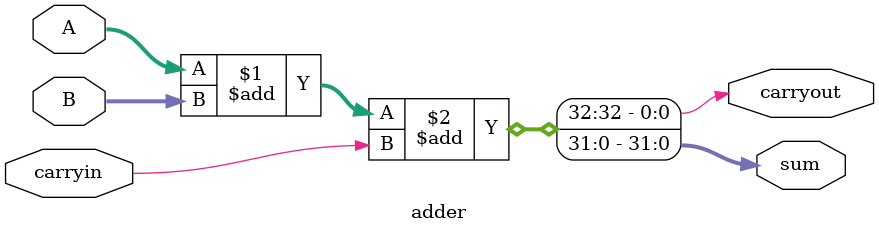
<source format=v>
module adder(
output [31:0] sum,
output carryout,
input [31:0] A,
input [31:0] B,
input carryin
);
    assign {carryout, sum}=A+B+carryin;
    
endmodule


</source>
